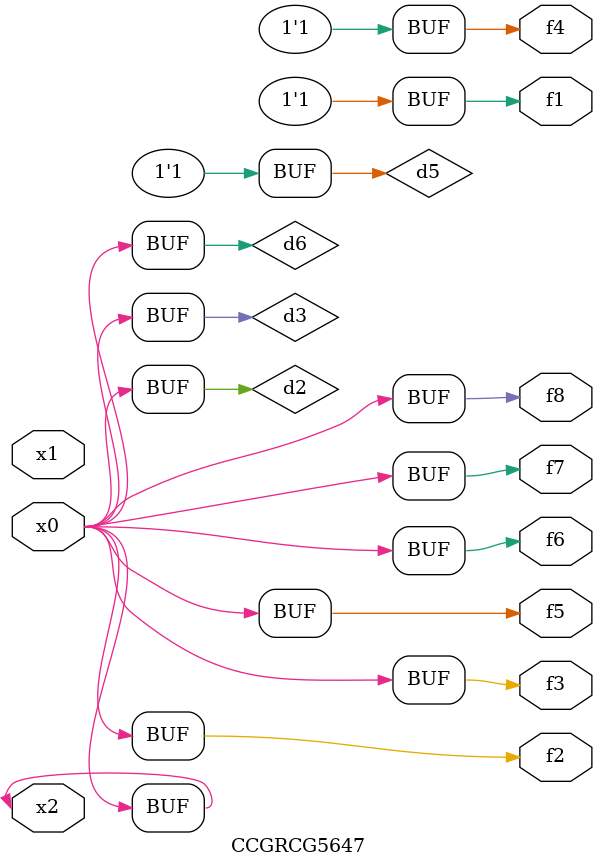
<source format=v>
module CCGRCG5647(
	input x0, x1, x2,
	output f1, f2, f3, f4, f5, f6, f7, f8
);

	wire d1, d2, d3, d4, d5, d6;

	xnor (d1, x2);
	buf (d2, x0, x2);
	and (d3, x0);
	xnor (d4, x1, x2);
	nand (d5, d1, d3);
	buf (d6, d2, d3);
	assign f1 = d5;
	assign f2 = d6;
	assign f3 = d6;
	assign f4 = d5;
	assign f5 = d6;
	assign f6 = d6;
	assign f7 = d6;
	assign f8 = d6;
endmodule

</source>
